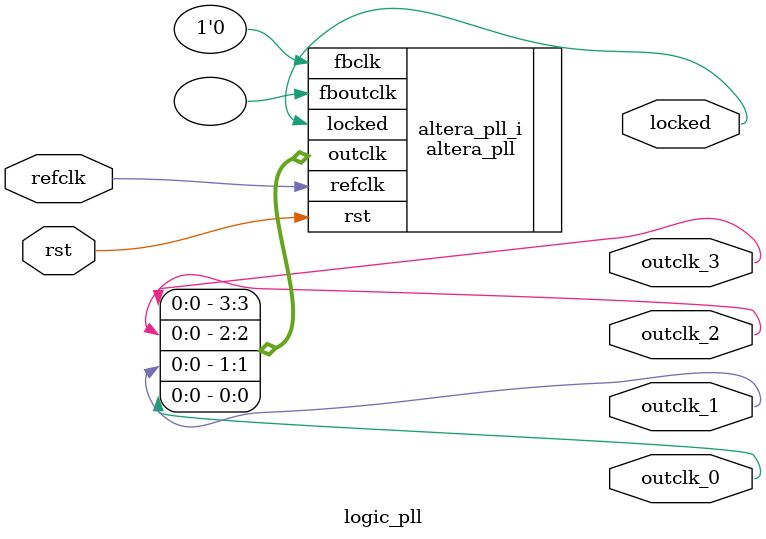
<source format=sv>
`timescale 1ns/10ps
module  logic_pll(

	// interface 'refclk'
	input wire refclk,

	// interface 'reset'
	input wire rst,

	// interface 'outclk0'
	output wire outclk_0,

	// interface 'outclk1'
	output wire outclk_1,
	
	// interface 'outclk2'
	output wire outclk_2,

	// interface 'outclk3'
	output wire outclk_3,
	
	// interface 'locked'
	output wire locked
);

	altera_pll #(
		.fractional_vco_multiplier("false"),
		.reference_clock_frequency("25.0 MHz"),
		.operation_mode("direct"),
		.number_of_clocks(4),
		.output_clock_frequency0("125.000000 MHz"),
		.phase_shift0("0 ps"),
		.duty_cycle0(50),
		.output_clock_frequency1("125.000000 MHz"),
		.phase_shift1("2000 ps"),
		.duty_cycle1(50),
		.output_clock_frequency2("10.000000 MHz"),
		.phase_shift2("0 ps"),
		.duty_cycle2(50),
		.output_clock_frequency3("50.000000 MHz"),
		.phase_shift3("0 ps"),
		.duty_cycle3(50),
		.output_clock_frequency4("0 MHz"),
		.phase_shift4("0 ps"),
		.duty_cycle4(50),
		.output_clock_frequency5("0 MHz"),
		.phase_shift5("0 ps"),
		.duty_cycle5(50),
		.output_clock_frequency6("0 MHz"),
		.phase_shift6("0 ps"),
		.duty_cycle6(50),
		.output_clock_frequency7("0 MHz"),
		.phase_shift7("0 ps"),
		.duty_cycle7(50),
		.output_clock_frequency8("0 MHz"),
		.phase_shift8("0 ps"),
		.duty_cycle8(50),
		.output_clock_frequency9("0 MHz"),
		.phase_shift9("0 ps"),
		.duty_cycle9(50),
		.output_clock_frequency10("0 MHz"),
		.phase_shift10("0 ps"),
		.duty_cycle10(50),
		.output_clock_frequency11("0 MHz"),
		.phase_shift11("0 ps"),
		.duty_cycle11(50),
		.output_clock_frequency12("0 MHz"),
		.phase_shift12("0 ps"),
		.duty_cycle12(50),
		.output_clock_frequency13("0 MHz"),
		.phase_shift13("0 ps"),
		.duty_cycle13(50),
		.output_clock_frequency14("0 MHz"),
		.phase_shift14("0 ps"),
		.duty_cycle14(50),
		.output_clock_frequency15("0 MHz"),
		.phase_shift15("0 ps"),
		.duty_cycle15(50),
		.output_clock_frequency16("0 MHz"),
		.phase_shift16("0 ps"),
		.duty_cycle16(50),
		.output_clock_frequency17("0 MHz"),
		.phase_shift17("0 ps"),
		.duty_cycle17(50),
		.pll_type("General"),
		.pll_subtype("General")
	) altera_pll_i (
		.rst	(rst),
		.outclk	({outclk_3, outclk_2, outclk_1, outclk_0}),
		.locked	(locked),
		.fboutclk	( ),
		.fbclk	(1'b0),
		.refclk	(refclk)
	);
endmodule


</source>
